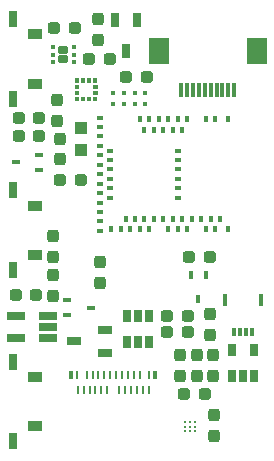
<source format=gbr>
%TF.GenerationSoftware,KiCad,Pcbnew,(5.99.0-8775-g06a515339c)*%
%TF.CreationDate,2021-12-27T00:45:29-05:00*%
%TF.ProjectId,mk2,6d6b322e-6b69-4636-9164-5f7063625858,rev?*%
%TF.SameCoordinates,Original*%
%TF.FileFunction,Paste,Top*%
%TF.FilePolarity,Positive*%
%FSLAX46Y46*%
G04 Gerber Fmt 4.6, Leading zero omitted, Abs format (unit mm)*
G04 Created by KiCad (PCBNEW (5.99.0-8775-g06a515339c)) date 2021-12-27 00:45:29*
%MOMM*%
%LPD*%
G01*
G04 APERTURE LIST*
G04 Aperture macros list*
%AMRoundRect*
0 Rectangle with rounded corners*
0 $1 Rounding radius*
0 $2 $3 $4 $5 $6 $7 $8 $9 X,Y pos of 4 corners*
0 Add a 4 corners polygon primitive as box body*
4,1,4,$2,$3,$4,$5,$6,$7,$8,$9,$2,$3,0*
0 Add four circle primitives for the rounded corners*
1,1,$1+$1,$2,$3*
1,1,$1+$1,$4,$5*
1,1,$1+$1,$6,$7*
1,1,$1+$1,$8,$9*
0 Add four rect primitives between the rounded corners*
20,1,$1+$1,$2,$3,$4,$5,0*
20,1,$1+$1,$4,$5,$6,$7,0*
20,1,$1+$1,$6,$7,$8,$9,0*
20,1,$1+$1,$8,$9,$2,$3,0*%
G04 Aperture macros list end*
%ADD10C,0.010000*%
%ADD11RoundRect,0.237500X0.287500X0.237500X-0.287500X0.237500X-0.287500X-0.237500X0.287500X-0.237500X0*%
%ADD12RoundRect,0.237500X-0.237500X0.287500X-0.237500X-0.287500X0.237500X-0.287500X0.237500X0.287500X0*%
%ADD13C,0.229500*%
%ADD14RoundRect,0.237500X0.237500X-0.287500X0.237500X0.287500X-0.237500X0.287500X-0.237500X-0.287500X0*%
%ADD15R,0.400000X0.600000*%
%ADD16R,0.600000X0.400000*%
%ADD17R,0.650000X1.060000*%
%ADD18R,1.220000X0.650000*%
%ADD19R,0.700000X0.450000*%
%ADD20R,0.650000X1.220000*%
%ADD21R,1.270000X0.900000*%
%ADD22R,0.800000X1.450000*%
%ADD23R,0.300000X1.300000*%
%ADD24R,1.800000X2.200000*%
%ADD25R,0.300000X0.700000*%
%ADD26R,0.300000X1.000000*%
%ADD27RoundRect,0.237500X-0.287500X-0.237500X0.287500X-0.237500X0.287500X0.237500X-0.287500X0.237500X0*%
%ADD28R,0.400000X0.420000*%
%ADD29R,0.450000X0.700000*%
%ADD30RoundRect,0.172500X0.262500X0.172500X-0.262500X0.172500X-0.262500X-0.172500X0.262500X-0.172500X0*%
%ADD31RoundRect,0.093750X0.093750X0.106250X-0.093750X0.106250X-0.093750X-0.106250X0.093750X-0.106250X0*%
%ADD32R,1.100000X1.050000*%
%ADD33R,0.250000X0.750000*%
%ADD34R,0.300000X0.750000*%
%ADD35R,1.560000X0.650000*%
G04 APERTURE END LIST*
D10*
%TO.C,U4*%
X18802000Y-20229000D02*
X18802000Y-19929000D01*
X18802000Y-19929000D02*
X19052000Y-19929000D01*
X19052000Y-19929000D02*
X19052000Y-20229000D01*
X19052000Y-20229000D02*
X18802000Y-20229000D01*
G36*
X19052000Y-20229000D02*
G01*
X18802000Y-20229000D01*
X18802000Y-19929000D01*
X19052000Y-19929000D01*
X19052000Y-20229000D01*
G37*
X19052000Y-20229000D02*
X18802000Y-20229000D01*
X18802000Y-19929000D01*
X19052000Y-19929000D01*
X19052000Y-20229000D01*
X18302000Y-18679000D02*
X18302000Y-18379000D01*
X18302000Y-18379000D02*
X18552000Y-18379000D01*
X18552000Y-18379000D02*
X18552000Y-18679000D01*
X18552000Y-18679000D02*
X18302000Y-18679000D01*
G36*
X18552000Y-18679000D02*
G01*
X18302000Y-18679000D01*
X18302000Y-18379000D01*
X18552000Y-18379000D01*
X18552000Y-18679000D01*
G37*
X18552000Y-18679000D02*
X18302000Y-18679000D01*
X18302000Y-18379000D01*
X18552000Y-18379000D01*
X18552000Y-18679000D01*
X18802000Y-18679000D02*
X18802000Y-18379000D01*
X18802000Y-18379000D02*
X19052000Y-18379000D01*
X19052000Y-18379000D02*
X19052000Y-18679000D01*
X19052000Y-18679000D02*
X18802000Y-18679000D01*
G36*
X19052000Y-18679000D02*
G01*
X18802000Y-18679000D01*
X18802000Y-18379000D01*
X19052000Y-18379000D01*
X19052000Y-18679000D01*
G37*
X19052000Y-18679000D02*
X18802000Y-18679000D01*
X18802000Y-18379000D01*
X19052000Y-18379000D01*
X19052000Y-18679000D01*
X18252000Y-19679000D02*
X18252000Y-19429000D01*
X18252000Y-19429000D02*
X18552000Y-19429000D01*
X18552000Y-19429000D02*
X18552000Y-19679000D01*
X18552000Y-19679000D02*
X18252000Y-19679000D01*
G36*
X18552000Y-19679000D02*
G01*
X18252000Y-19679000D01*
X18252000Y-19429000D01*
X18552000Y-19429000D01*
X18552000Y-19679000D01*
G37*
X18552000Y-19679000D02*
X18252000Y-19679000D01*
X18252000Y-19429000D01*
X18552000Y-19429000D01*
X18552000Y-19679000D01*
X19802000Y-19679000D02*
X19802000Y-19429000D01*
X19802000Y-19429000D02*
X20102000Y-19429000D01*
X20102000Y-19429000D02*
X20102000Y-19679000D01*
X20102000Y-19679000D02*
X19802000Y-19679000D01*
G36*
X20102000Y-19679000D02*
G01*
X19802000Y-19679000D01*
X19802000Y-19429000D01*
X20102000Y-19429000D01*
X20102000Y-19679000D01*
G37*
X20102000Y-19679000D02*
X19802000Y-19679000D01*
X19802000Y-19429000D01*
X20102000Y-19429000D01*
X20102000Y-19679000D01*
X19802000Y-19179000D02*
X19802000Y-18929000D01*
X19802000Y-18929000D02*
X20102000Y-18929000D01*
X20102000Y-18929000D02*
X20102000Y-19179000D01*
X20102000Y-19179000D02*
X19802000Y-19179000D01*
G36*
X20102000Y-19179000D02*
G01*
X19802000Y-19179000D01*
X19802000Y-18929000D01*
X20102000Y-18929000D01*
X20102000Y-19179000D01*
G37*
X20102000Y-19179000D02*
X19802000Y-19179000D01*
X19802000Y-18929000D01*
X20102000Y-18929000D01*
X20102000Y-19179000D01*
X19802000Y-20229000D02*
X19802000Y-19929000D01*
X19802000Y-19929000D02*
X20052000Y-19929000D01*
X20052000Y-19929000D02*
X20052000Y-20229000D01*
X20052000Y-20229000D02*
X19802000Y-20229000D01*
G36*
X20052000Y-20229000D02*
G01*
X19802000Y-20229000D01*
X19802000Y-19929000D01*
X20052000Y-19929000D01*
X20052000Y-20229000D01*
G37*
X20052000Y-20229000D02*
X19802000Y-20229000D01*
X19802000Y-19929000D01*
X20052000Y-19929000D01*
X20052000Y-20229000D01*
X18252000Y-19179000D02*
X18252000Y-18929000D01*
X18252000Y-18929000D02*
X18552000Y-18929000D01*
X18552000Y-18929000D02*
X18552000Y-19179000D01*
X18552000Y-19179000D02*
X18252000Y-19179000D01*
G36*
X18552000Y-19179000D02*
G01*
X18252000Y-19179000D01*
X18252000Y-18929000D01*
X18552000Y-18929000D01*
X18552000Y-19179000D01*
G37*
X18552000Y-19179000D02*
X18252000Y-19179000D01*
X18252000Y-18929000D01*
X18552000Y-18929000D01*
X18552000Y-19179000D01*
X18302000Y-20229000D02*
X18302000Y-19929000D01*
X18302000Y-19929000D02*
X18552000Y-19929000D01*
X18552000Y-19929000D02*
X18552000Y-20229000D01*
X18552000Y-20229000D02*
X18302000Y-20229000D01*
G36*
X18552000Y-20229000D02*
G01*
X18302000Y-20229000D01*
X18302000Y-19929000D01*
X18552000Y-19929000D01*
X18552000Y-20229000D01*
G37*
X18552000Y-20229000D02*
X18302000Y-20229000D01*
X18302000Y-19929000D01*
X18552000Y-19929000D01*
X18552000Y-20229000D01*
X19302000Y-18679000D02*
X19302000Y-18379000D01*
X19302000Y-18379000D02*
X19552000Y-18379000D01*
X19552000Y-18379000D02*
X19552000Y-18679000D01*
X19552000Y-18679000D02*
X19302000Y-18679000D01*
G36*
X19552000Y-18679000D02*
G01*
X19302000Y-18679000D01*
X19302000Y-18379000D01*
X19552000Y-18379000D01*
X19552000Y-18679000D01*
G37*
X19552000Y-18679000D02*
X19302000Y-18679000D01*
X19302000Y-18379000D01*
X19552000Y-18379000D01*
X19552000Y-18679000D01*
X19802000Y-18679000D02*
X19802000Y-18379000D01*
X19802000Y-18379000D02*
X20052000Y-18379000D01*
X20052000Y-18379000D02*
X20052000Y-18679000D01*
X20052000Y-18679000D02*
X19802000Y-18679000D01*
G36*
X20052000Y-18679000D02*
G01*
X19802000Y-18679000D01*
X19802000Y-18379000D01*
X20052000Y-18379000D01*
X20052000Y-18679000D01*
G37*
X20052000Y-18679000D02*
X19802000Y-18679000D01*
X19802000Y-18379000D01*
X20052000Y-18379000D01*
X20052000Y-18679000D01*
X19302000Y-20229000D02*
X19302000Y-19929000D01*
X19302000Y-19929000D02*
X19552000Y-19929000D01*
X19552000Y-19929000D02*
X19552000Y-20229000D01*
X19552000Y-20229000D02*
X19302000Y-20229000D01*
G36*
X19552000Y-20229000D02*
G01*
X19302000Y-20229000D01*
X19302000Y-19929000D01*
X19552000Y-19929000D01*
X19552000Y-20229000D01*
G37*
X19552000Y-20229000D02*
X19302000Y-20229000D01*
X19302000Y-19929000D01*
X19552000Y-19929000D01*
X19552000Y-20229000D01*
%TD*%
D11*
%TO.C,R4*%
X27799000Y-39878000D03*
X26049000Y-39878000D03*
%TD*%
%TO.C,R13*%
X29704000Y-33528000D03*
X27954000Y-33528000D03*
%TD*%
D12*
%TO.C,R14*%
X29718000Y-38368000D03*
X29718000Y-40118000D03*
%TD*%
D13*
%TO.C,U6*%
X27600000Y-47477000D03*
X28000000Y-47477000D03*
X28400000Y-47477000D03*
X27600000Y-47877000D03*
X28000000Y-47877000D03*
X28400000Y-47877000D03*
X27600000Y-48277000D03*
X28000000Y-48277000D03*
X28400000Y-48277000D03*
%TD*%
D14*
%TO.C,C4*%
X16383000Y-36816000D03*
X16383000Y-35066000D03*
%TD*%
D11*
%TO.C,C9*%
X24370000Y-18288000D03*
X22620000Y-18288000D03*
%TD*%
D14*
%TO.C,C8*%
X20193000Y-15099000D03*
X20193000Y-13349000D03*
%TD*%
D11*
%TO.C,R15*%
X15250000Y-23250000D03*
X13500000Y-23250000D03*
%TD*%
D15*
%TO.C,IC1*%
X31250000Y-21850000D03*
X30150000Y-21850000D03*
X29350000Y-21850000D03*
X27750000Y-21850000D03*
X27350000Y-22750000D03*
X26950000Y-21850000D03*
X26550000Y-22750000D03*
X26150000Y-21850000D03*
X25750000Y-22750000D03*
X25350000Y-21850000D03*
X24950000Y-22750000D03*
X24550000Y-21850000D03*
X24150000Y-22750000D03*
X23750000Y-21850000D03*
D16*
X20350000Y-21700000D03*
X20350000Y-22500000D03*
X20350000Y-23300000D03*
X20350000Y-24100000D03*
X21250000Y-24500000D03*
X20350000Y-24900000D03*
X21250000Y-25300000D03*
X20350000Y-25700000D03*
X21250000Y-26100000D03*
X20350000Y-26500000D03*
X21250000Y-26900000D03*
X20350000Y-27300000D03*
X21250000Y-27700000D03*
X20350000Y-28100000D03*
X21250000Y-28500000D03*
X20350000Y-28900000D03*
X20350000Y-29700000D03*
X20350000Y-30500000D03*
X20350000Y-31300000D03*
D15*
X21350000Y-31150000D03*
X22150000Y-31150000D03*
X22550000Y-30250000D03*
X22950000Y-31150000D03*
X23350000Y-30250000D03*
X23750000Y-31150000D03*
X24150000Y-30250000D03*
X24550000Y-31150000D03*
X24950000Y-30250000D03*
X25750000Y-30250000D03*
X26150000Y-31150000D03*
X26550000Y-30250000D03*
X26950000Y-31150000D03*
X27350000Y-30250000D03*
X27750000Y-31150000D03*
X28150000Y-30250000D03*
X28950000Y-30250000D03*
X29350000Y-31150000D03*
X29750000Y-30250000D03*
X30150000Y-31150000D03*
X30550000Y-30250000D03*
X31250000Y-31150000D03*
D16*
X26950000Y-24500000D03*
X26950000Y-25300000D03*
X26950000Y-26100000D03*
X26950000Y-26900000D03*
X26950000Y-27700000D03*
X26950000Y-28500000D03*
%TD*%
D17*
%TO.C,U3*%
X31550000Y-43600000D03*
X32500000Y-43600000D03*
X33450000Y-43600000D03*
X33450000Y-41400000D03*
X31550000Y-41400000D03*
%TD*%
D14*
%TO.C,C10*%
X30000000Y-48627000D03*
X30000000Y-46877000D03*
%TD*%
D18*
%TO.C,D1*%
X20810000Y-41600000D03*
X20810000Y-39700000D03*
X18190000Y-40650000D03*
%TD*%
D19*
%TO.C,Q4*%
X15250000Y-26150000D03*
X15250000Y-24850000D03*
X13250000Y-25500000D03*
%TD*%
D11*
%TO.C,C20*%
X29250000Y-45127000D03*
X27500000Y-45127000D03*
%TD*%
D17*
%TO.C,U5*%
X24572000Y-38524000D03*
X23622000Y-38524000D03*
X22672000Y-38524000D03*
X22672000Y-40724000D03*
X23622000Y-40724000D03*
X24572000Y-40724000D03*
%TD*%
D20*
%TO.C,D2*%
X23556000Y-13422000D03*
X21656000Y-13422000D03*
X22606000Y-16042000D03*
%TD*%
D21*
%TO.C,SW2*%
X14885000Y-14650000D03*
X14885000Y-18850000D03*
D22*
X13000000Y-13375000D03*
X13000000Y-20125000D03*
%TD*%
D23*
%TO.C,J1*%
X31750000Y-19350000D03*
X31250000Y-19350000D03*
X30750000Y-19350000D03*
X30250000Y-19350000D03*
X29750000Y-19350000D03*
X29250000Y-19350000D03*
X28750000Y-19350000D03*
X28250000Y-19350000D03*
X27750000Y-19350000D03*
X27250000Y-19350000D03*
D24*
X25350000Y-16100000D03*
X33650000Y-16100000D03*
%TD*%
D12*
%TO.C,R9*%
X29972000Y-41797000D03*
X29972000Y-43547000D03*
%TD*%
D25*
%TO.C,J4*%
X33250000Y-39825000D03*
X32750000Y-39825000D03*
X32250000Y-39825000D03*
X31750000Y-39825000D03*
D26*
X34040000Y-37175000D03*
X30960000Y-37175000D03*
%TD*%
D12*
%TO.C,C2*%
X17000000Y-23500000D03*
X17000000Y-25250000D03*
%TD*%
D27*
%TO.C,C5*%
X19445000Y-16764000D03*
X21195000Y-16764000D03*
%TD*%
D28*
%TO.C,IC2*%
X24210000Y-19616000D03*
X23310000Y-19616000D03*
X22410000Y-19616000D03*
X21510000Y-19616000D03*
X21510000Y-20516000D03*
X22410000Y-20516000D03*
X23310000Y-20516000D03*
X24210000Y-20516000D03*
%TD*%
D12*
%TO.C,R2*%
X20400000Y-33925000D03*
X20400000Y-35675000D03*
%TD*%
D21*
%TO.C,SW4*%
X14885000Y-43650000D03*
X14885000Y-47850000D03*
D22*
X13000000Y-42375000D03*
X13000000Y-49125000D03*
%TD*%
D11*
%TO.C,C6*%
X18274000Y-14097000D03*
X16524000Y-14097000D03*
%TD*%
D29*
%TO.C,Q3*%
X29352000Y-35068000D03*
X28052000Y-35068000D03*
X28702000Y-37068000D03*
%TD*%
D30*
%TO.C,U1*%
X17253000Y-15983000D03*
X17253000Y-16783000D03*
D31*
X18140500Y-17033000D03*
X18140500Y-16383000D03*
X18140500Y-15733000D03*
X16365500Y-15733000D03*
X16365500Y-16383000D03*
X16365500Y-17033000D03*
%TD*%
D32*
%TO.C,Y1*%
X18750000Y-24425000D03*
X18750000Y-22575000D03*
%TD*%
D33*
%TO.C,J2*%
X18450000Y-43525000D03*
X19250000Y-43525000D03*
X19750000Y-43525000D03*
X20250000Y-43525000D03*
X20750000Y-43525000D03*
X21250000Y-43525000D03*
X21750000Y-43525000D03*
X22250000Y-43525000D03*
X22750000Y-43525000D03*
X23250000Y-43525000D03*
X23750000Y-43525000D03*
X24550000Y-43525000D03*
X24500000Y-44775000D03*
X24000000Y-44775000D03*
X23500000Y-44775000D03*
X23000000Y-44775000D03*
X22500000Y-44775000D03*
X22000000Y-44775000D03*
X21000000Y-44775000D03*
X20500000Y-44775000D03*
X20000000Y-44775000D03*
X19500000Y-44775000D03*
X19000000Y-44775000D03*
X18500000Y-44775000D03*
D34*
X17950000Y-43525000D03*
X25050000Y-43525000D03*
%TD*%
D12*
%TO.C,C7*%
X16383000Y-31764000D03*
X16383000Y-33514000D03*
%TD*%
D19*
%TO.C,Q1*%
X17600000Y-37150000D03*
X17600000Y-38450000D03*
X19600000Y-37800000D03*
%TD*%
D11*
%TO.C,R3*%
X27799000Y-38481000D03*
X26049000Y-38481000D03*
%TD*%
D14*
%TO.C,R11*%
X27178000Y-43547000D03*
X27178000Y-41797000D03*
%TD*%
D11*
%TO.C,R16*%
X15250000Y-21750000D03*
X13500000Y-21750000D03*
%TD*%
%TO.C,C3*%
X18750000Y-27000000D03*
X17000000Y-27000000D03*
%TD*%
D21*
%TO.C,SW1*%
X14885000Y-29150000D03*
X14885000Y-33350000D03*
D22*
X13000000Y-27875000D03*
X13000000Y-34625000D03*
%TD*%
D14*
%TO.C,R12*%
X28575000Y-43547000D03*
X28575000Y-41797000D03*
%TD*%
D35*
%TO.C,U2*%
X15950000Y-40400000D03*
X15950000Y-39450000D03*
X15950000Y-38500000D03*
X13250000Y-38500000D03*
X13250000Y-40400000D03*
%TD*%
D27*
%TO.C,L1*%
X13250000Y-36750000D03*
X15000000Y-36750000D03*
%TD*%
D12*
%TO.C,C1*%
X16750000Y-20250000D03*
X16750000Y-22000000D03*
%TD*%
M02*

</source>
